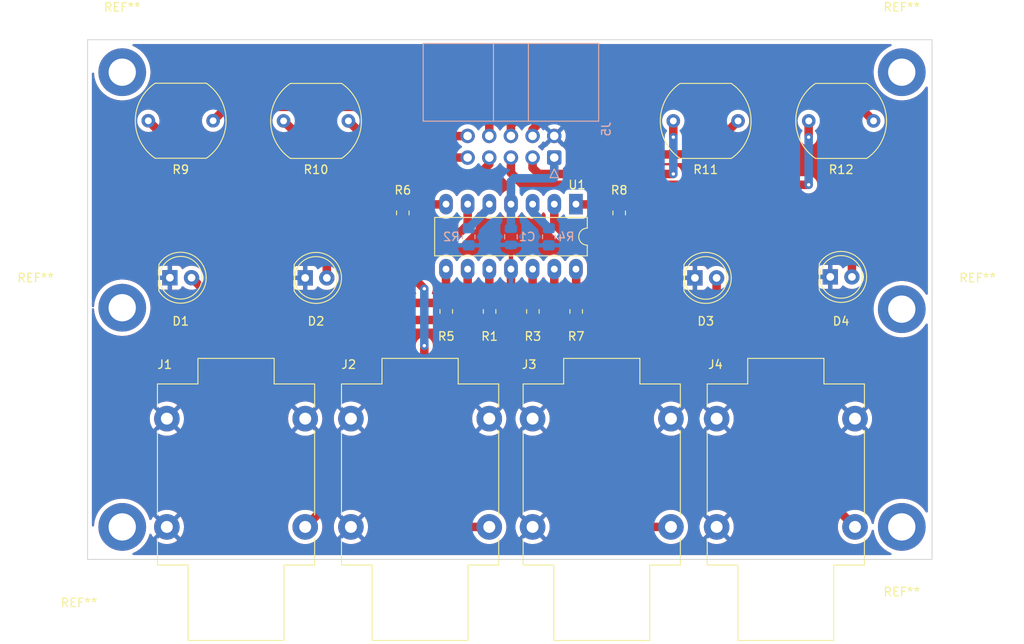
<source format=kicad_pcb>
(kicad_pcb (version 20211014) (generator pcbnew)
  (layers (0 "F.Cu" signal) (31 "B.Cu" signal) (34 "B.Paste" user) (35 "F.Paste" user) (36 "B.SilkS" user "B.Silkscreen") (37 "F.SilkS" user "F.Silkscreen") (38 "B.Mask" user) (39 "F.Mask" user) (44 "Edge.Cuts" user))
  (net 0 "")
  (net 1 "+5V")
  (net 2 "GND")
  (net 3 "Net-(D1-Pad2)")
  (net 4 "Net-(D2-Pad2)")
  (net 5 "Net-(D3-Pad2)")
  (net 6 "Net-(D4-Pad2)")
  (net 7 "Net-(R5-Pad1)")
  (net 8 "Net-(R6-Pad1)")
  (net 9 "Net-(R7-Pad1)")
  (net 10 "Net-(R8-Pad1)")
  (net 11 "/OUT1A")
  (net 12 "/OUT1B")
  (net 13 "/OUT2A")
  (net 14 "/OUT2B")
  (net 15 "/OUT3A")
  (net 16 "/OUT3B")
  (net 17 "/OUT4A")
  (net 18 "/OUT4B")
  (net 19 "Net-(R1-Pad2)")
  (net 20 "Net-(R2-Pad2)")
  (net 21 "Net-(R3-Pad2)")
  (net 22 "Net-(R4-Pad2)")
  (footprint "OptoDevice:R_LDR_10x8.5mm_P7.6mm_Vertical" (layer "F.Cu") (at 83.83 89.513592)
    (fp_text reference "R9" (at 3.8 5.736408) (layer "F.SilkS"))
    (fp_text value "LDR03")
    (fp_line (start 0.8 4.4) (end 6.8 4.4) (layer "F.SilkS") (width 0.12))
    (fp_line (start 0.8 -4.4) (end 6.8 -4.4) (layer "F.SilkS") (width 0.12))
    (fp_arc (start 0.8 4.4) (mid -1.525374 0.019809) (end 0.76735 -4.37756) (layer "F.SilkS") (width 0.12))
    (fp_arc (start 6.8 -4.4) (mid 9.125374 -0.019809) (end 6.83265 4.37756) (layer "F.SilkS") (width 0.12))
    (pad "1" thru_hole circle (at 0 0) (size 1.6 1.6) (drill 0.8) (layers *.Cu *.Mask) (net 15 "/OUT3A"))
    (pad "2" thru_hole circle (at 7.6 0) (size 1.6 1.6) (drill 0.8) (layers *.Cu *.Mask) (net 16 "/OUT3B"))
  )
  (footprint "MountingHole:MountingHole_3.2mm_M3_DIN965_Pad" (layer "F.Cu") (at 172.212 137.16)
    (fp_text reference "REF**" (at 0 7.62) (layer "F.SilkS"))
    (fp_text value "MountingHole_3.2mm_M3_DIN965_Pad")
    (pad "1" thru_hole circle (at 0 0) (size 5.6 5.6) (drill 3.2) (layers *.Cu *.Mask))
  )
  (footprint "MountingHole:MountingHole_3.2mm_M3_DIN965_Pad" (layer "F.Cu") (at 80.772 137.16)
    (fp_text reference "REF**" (at -5.08 8.89) (layer "F.SilkS"))
    (fp_text value "MountingHole_3.2mm_M3_DIN965_Pad")
    (pad "1" thru_hole circle (at 0 0) (size 5.6 5.6) (drill 3.2) (layers *.Cu *.Mask))
  )
  (footprint "Resistor_SMD:R_0805_2012Metric_Pad1.20x1.40mm_HandSolder" (layer "F.Cu") (at 134.02 111.885 90)
    (fp_text reference "R7" (at -2.923 0 180) (layer "F.SilkS"))
    (fp_text value "47K")
    (fp_line (start -0.227064 -0.735) (end 0.227064 -0.735) (layer "F.SilkS") (width 0.12))
    (fp_line (start -0.227064 0.735) (end 0.227064 0.735) (layer "F.SilkS") (width 0.12))
    (pad "1" smd roundrect (at -1 0 90) (size 1.2 1.4) (layers "F.Cu" "F.Paste" "F.Mask") (roundrect_rratio 0.208333) (net 9 "Net-(R7-Pad1)"))
    (pad "2" smd roundrect (at 1 0 90) (size 1.2 1.4) (layers "F.Cu" "F.Paste" "F.Mask") (roundrect_rratio 0.208333) (net 5 "Net-(D3-Pad2)"))
  )
  (footprint "LED_THT:LED_D5.0mm" (layer "F.Cu") (at 102.23 107.95)
    (fp_text reference "D2" (at 1.27 5.08) (layer "F.SilkS"))
    (fp_text value "LED")
    (fp_line (start -1.29 -1.545) (end -1.29 1.545) (layer "F.SilkS") (width 0.12))
    (fp_arc (start 4.26 -0.000462) (mid 2.072002 2.880433) (end -1.29 1.54483) (layer "F.SilkS") (width 0.12))
    (fp_arc (start -1.29 -1.54483) (mid 2.072002 -2.880433) (end 4.26 0.000462) (layer "F.SilkS") (width 0.12))
    (fp_circle (center 1.27 0) (end 3.77 0) (layer "F.SilkS") (width 0.12) (fill none))
    (pad "1" thru_hole rect (at 0 0) (size 1.8 1.8) (drill 0.9) (layers *.Cu *.Mask) (net 2 "GND"))
    (pad "2" thru_hole circle (at 2.54 0) (size 1.8 1.8) (drill 0.9) (layers *.Cu *.Mask) (net 4 "Net-(D2-Pad2)"))
  )
  (footprint "OptoDevice:R_LDR_10x8.5mm_P7.6mm_Vertical" (layer "F.Cu") (at 145.41 89.535)
    (fp_text reference "R11" (at 3.8 5.715) (layer "F.SilkS"))
    (fp_text value "LDR03")
    (fp_line (start 0.8 -4.4) (end 6.8 -4.4) (layer "F.SilkS") (width 0.12))
    (fp_line (start 0.8 4.4) (end 6.8 4.4) (layer "F.SilkS") (width 0.12))
    (fp_arc (start 6.8 -4.4) (mid 9.125374 -0.019809) (end 6.83265 4.37756) (layer "F.SilkS") (width 0.12))
    (fp_arc (start 0.8 4.4) (mid -1.525374 0.019809) (end 0.76735 -4.37756) (layer "F.SilkS") (width 0.12))
    (pad "1" thru_hole circle (at 0 0) (size 1.6 1.6) (drill 0.8) (layers *.Cu *.Mask) (net 11 "/OUT1A"))
    (pad "2" thru_hole circle (at 7.6 0) (size 1.6 1.6) (drill 0.8) (layers *.Cu *.Mask) (net 12 "/OUT1B"))
  )
  (footprint "MountingHole:MountingHole_3.2mm_M3_DIN965_Pad" (layer "F.Cu") (at 172.212 111.618455)
    (fp_text reference "REF**" (at 8.89 -3.668455) (layer "F.SilkS"))
    (fp_text value "MountingHole_3.2mm_M3_DIN965_Pad")
    (pad "1" thru_hole circle (at 0 0) (size 5.6 5.6) (drill 3.2) (layers *.Cu *.Mask))
  )
  (footprint "OptoDevice:R_LDR_10x8.5mm_P7.6mm_Vertical" (layer "F.Cu") (at 99.7 89.535)
    (fp_text reference "R10" (at 3.8 5.715) (layer "F.SilkS"))
    (fp_text value "LDR03")
    (fp_line (start 0.8 4.4) (end 6.8 4.4) (layer "F.SilkS") (width 0.12))
    (fp_line (start 0.8 -4.4) (end 6.8 -4.4) (layer "F.SilkS") (width 0.12))
    (fp_arc (start 0.8 4.4) (mid -1.525374 0.019809) (end 0.76735 -4.37756) (layer "F.SilkS") (width 0.12))
    (fp_arc (start 6.8 -4.4) (mid 9.125374 -0.019809) (end 6.83265 4.37756) (layer "F.SilkS") (width 0.12))
    (pad "1" thru_hole circle (at 0 0) (size 1.6 1.6) (drill 0.8) (layers *.Cu *.Mask) (net 17 "/OUT4A"))
    (pad "2" thru_hole circle (at 7.6 0) (size 1.6 1.6) (drill 0.8) (layers *.Cu *.Mask) (net 18 "/OUT4B"))
  )
  (footprint "LED_THT:LED_D5.0mm" (layer "F.Cu") (at 163.825 107.833456)
    (fp_text reference "D4" (at 1.27 5.196544) (layer "F.SilkS"))
    (fp_text value "LED")
    (fp_line (start -1.29 -1.545) (end -1.29 1.545) (layer "F.SilkS") (width 0.12))
    (fp_arc (start 4.26 -0.000462) (mid 2.072002 2.880433) (end -1.29 1.54483) (layer "F.SilkS") (width 0.12))
    (fp_arc (start -1.29 -1.54483) (mid 2.072002 -2.880433) (end 4.26 0.000462) (layer "F.SilkS") (width 0.12))
    (fp_circle (center 1.27 0) (end 3.77 0) (layer "F.SilkS") (width 0.12) (fill none))
    (pad "1" thru_hole rect (at 0 0) (size 1.8 1.8) (drill 0.9) (layers *.Cu *.Mask) (net 2 "GND"))
    (pad "2" thru_hole circle (at 2.54 0) (size 1.8 1.8) (drill 0.9) (layers *.Cu *.Mask) (net 6 "Net-(D4-Pad2)"))
  )
  (footprint "OptoDevice:R_LDR_10x8.5mm_P7.6mm_Vertical" (layer "F.Cu") (at 161.3 89.535)
    (fp_text reference "R12" (at 3.8 5.715) (layer "F.SilkS"))
    (fp_text value "LDR03")
    (fp_line (start 0.8 -4.4) (end 6.8 -4.4) (layer "F.SilkS") (width 0.12))
    (fp_line (start 0.8 4.4) (end 6.8 4.4) (layer "F.SilkS") (width 0.12))
    (fp_arc (start 6.8 -4.4) (mid 9.125374 -0.019809) (end 6.83265 4.37756) (layer "F.SilkS") (width 0.12))
    (fp_arc (start 0.8 4.4) (mid -1.525374 0.019809) (end 0.76735 -4.37756) (layer "F.SilkS") (width 0.12))
    (pad "1" thru_hole circle (at 0 0) (size 1.6 1.6) (drill 0.8) (layers *.Cu *.Mask) (net 13 "/OUT2A"))
    (pad "2" thru_hole circle (at 7.6 0) (size 1.6 1.6) (drill 0.8) (layers *.Cu *.Mask) (net 14 "/OUT2B"))
  )
  (footprint "MountingHole:MountingHole_3.2mm_M3_DIN965_Pad" (layer "F.Cu") (at 172.212 83.82)
    (fp_text reference "REF**" (at 0 -7.62) (layer "F.SilkS"))
    (fp_text value "MountingHole_3.2mm_M3_DIN965_Pad")
    (pad "1" thru_hole circle (at 0 0) (size 5.6 5.6) (drill 3.2) (layers *.Cu *.Mask))
  )
  (footprint "MountingHole:MountingHole_3.2mm_M3_DIN965_Pad" (layer "F.Cu") (at 80.772 111.447982)
    (fp_text reference "REF**" (at -10.16 -3.497982) (layer "F.SilkS"))
    (fp_text value "MountingHole_3.2mm_M3_DIN965_Pad")
    (pad "1" thru_hole circle (at 0 0) (size 5.6 5.6) (drill 3.2) (layers *.Cu *.Mask))
  )
  (footprint "LED_THT:LED_D5.0mm" (layer "F.Cu") (at 147.95 107.95)
    (fp_text reference "D3" (at 1.27 5.08) (layer "F.SilkS"))
    (fp_text value "LED")
    (fp_line (start -1.29 -1.545) (end -1.29 1.545) (layer "F.SilkS") (width 0.12))
    (fp_arc (start 4.26 -0.000462) (mid 2.072002 2.880433) (end -1.29 1.54483) (layer "F.SilkS") (width 0.12))
    (fp_arc (start -1.29 -1.54483) (mid 2.072002 -2.880433) (end 4.26 0.000462) (layer "F.SilkS") (width 0.12))
    (fp_circle (center 1.27 0) (end 3.77 0) (layer "F.SilkS") (width 0.12) (fill none))
    (pad "1" thru_hole rect (at 0 0) (size 1.8 1.8) (drill 0.9) (layers *.Cu *.Mask) (net 2 "GND"))
    (pad "2" thru_hole circle (at 2.54 0) (size 1.8 1.8) (drill 0.9) (layers *.Cu *.Mask) (net 5 "Net-(D3-Pad2)"))
  )
  (footprint "Resistor_SMD:R_0805_2012Metric_Pad1.20x1.40mm_HandSolder" (layer "F.Cu") (at 139.065 100.33 90)
    (fp_text reference "R8" (at 2.667 0 180) (layer "F.SilkS"))
    (fp_text value "47K")
    (fp_line (start -0.227064 0.735) (end 0.227064 0.735) (layer "F.SilkS") (width 0.12))
    (fp_line (start -0.227064 -0.735) (end 0.227064 -0.735) (layer "F.SilkS") (width 0.12))
    (pad "1" smd roundrect (at -1 0 90) (size 1.2 1.4) (layers "F.Cu" "F.Paste" "F.Mask") (roundrect_rratio 0.208333) (net 10 "Net-(R8-Pad1)"))
    (pad "2" smd roundrect (at 1 0 90) (size 1.2 1.4) (layers "F.Cu" "F.Paste" "F.Mask") (roundrect_rratio 0.208333) (net 6 "Net-(D4-Pad2)"))
  )
  (footprint "Package_DIP:DIP-14_W7.62mm_LongPads" (layer "F.Cu") (at 133.99 99.299 -90)
    (fp_text reference "U1" (at -2.271 -0.122 180) (layer "F.SilkS"))
    (fp_text value "LM324")
    (fp_line (start 1.56 -1.33) (end 1.56 16.57) (layer "F.SilkS") (width 0.12))
    (fp_line (start 6.06 -1.33) (end 4.81 -1.33) (layer "F.SilkS") (width 0.12))
    (fp_line (start 6.06 16.57) (end 6.06 -1.33) (layer "F.SilkS") (width 0.12))
    (fp_line (start 1.56 16.57) (end 6.06 16.57) (layer "F.SilkS") (width 0.12))
    (fp_line (start 2.81 -1.33) (end 1.56 -1.33) (layer "F.SilkS") (width 0.12))
    (fp_arc (start 4.81 -1.33) (mid 3.81 -0.33) (end 2.81 -1.33) (layer "F.SilkS") (width 0.12))
    (pad "1" thru_hole rect (at 0 0 270) (size 2.4 1.6) (drill 0.8) (layers *.Cu *.Mask) (net 6 "Net-(D4-Pad2)"))
    (pad "2" thru_hole oval (at 0 2.54 270) (size 2.4 1.6) (drill 0.8) (layers *.Cu *.Mask) (net 10 "Net-(R8-Pad1)"))
    (pad "3" thru_hole oval (at 0 5.08 270) (size 2.4 1.6) (drill 0.8) (layers *.Cu *.Mask) (net 22 "Net-(R4-Pad2)"))
    (pad "4" thru_hole oval (at 0 7.62 270) (size 2.4 1.6) (drill 0.8) (layers *.Cu *.Mask) (net 1 "+5V"))
    (pad "5" thru_hole oval (at 0 10.16 270) (size 2.4 1.6) (drill 0.8) (layers *.Cu *.Mask) (net 20 "Net-(R2-Pad2)"))
    (pad "6" thru_hole oval (at 0 12.7 270) (size 2.4 1.6) (drill 0.8) (layers *.Cu *.Mask) (net 8 "Net-(R6-Pad1)"))
    (pad "7" thru_hole oval (at 0 15.24 270) (size 2.4 1.6) (drill 0.8) (layers *.Cu *.Mask) (net 4 "Net-(D2-Pad2)"))
    (pad "8" thru_hole oval (at 7.62 15.24 270) (size 2.4 1.6) (drill 0.8) (layers *.Cu *.Mask) (net 3 "Net-(D1-Pad2)"))
    (pad "9" thru_hole oval (at 7.62 12.7 270) (size 2.4 1.6) (drill 0.8) (layers *.Cu *.Mask) (net 7 "Net-(R5-Pad1)"))
    (pad "10" thru_hole oval (at 7.62 10.16 270) (size 2.4 1.6) (drill 0.8) (layers *.Cu *.Mask) (net 19 "Net-(R1-Pad2)"))
    (pad "11" thru_hole oval (at 7.62 7.62 270) (size 2.4 1.6) (drill 0.8) (layers *.Cu *.Mask) (net 2 "GND"))
    (pad "12" thru_hole oval (at 7.62 5.08 270) (size 2.4 1.6) (drill 0.8) (layers *.Cu *.Mask) (net 21 "Net-(R3-Pad2)"))
    (pad "13" thru_hole oval (at 7.62 2.54 270) (size 2.4 1.6) (drill 0.8) (layers *.Cu *.Mask) (net 9 "Net-(R7-Pad1)"))
    (pad "14" thru_hole oval (at 7.62 0 270) (size 2.4 1.6) (drill 0.8) (layers *.Cu *.Mask) (net 5 "Net-(D3-Pad2)"))
  )
  (footprint "Connector_Audio:Jack_6.35mm_Neutrik_NMJ4HFD2_Horizontal" (layer "F.Cu") (at 166.725 124.46 -90)
    (fp_text reference "J4" (at -6.35 16.37 180) (layer "F.SilkS"))
    (fp_text value "AudioJack2_Switch")
    (fp_line (start -7.07 3.645) (end -4.07 3.645) (layer "F.SilkS") (width 0.12))
    (fp_line (start -4.07 -1.105) (end -1.35 -1.105) (layer "F.SilkS") (width 0.12))
    (fp_line (start -4.07 3.645) (end -4.07 -1.105) (layer "F.SilkS") (width 0.12))
    (fp_line (start -1.35 17.335) (end -4.07 17.335) (layer "F.SilkS") (width 0.12))
    (fp_line (start -7.07 12.585) (end -4.07 12.585) (layer "F.SilkS") (width 0.12))
    (fp_line (start 17.17 17.335) (end 17.17 13.735) (layer "F.SilkS") (width 0.12))
    (fp_line (start 11.3 17.335) (end 1.4 17.335) (layer "F.SilkS") (width 0.12))
    (fp_line (start -4.07 17.335) (end -4.07 12.585) (layer "F.SilkS") (width 0.12))
    (fp_line (start 17.17 13.735) (end 26.02 13.735) (layer "F.SilkS") (width 0.12))
    (fp_line (start 17.17 2.495) (end 17.17 -1.105) (layer "F.SilkS") (width 0.12))
    (fp_line (start 17.17 -1.105) (end 14.05 -1.105) (layer "F.SilkS") (width 0.12))
    (fp_line (start -7.07 12.545) (end -7.07 3.645) (layer "F.SilkS") (width 0.12))
    (fp_line (start 26.02 13.735) (end 26.02 2.495) (layer "F.SilkS") (width 0.12))
    (fp_line (start 17.17 2.495) (end 26.02 2.495) (layer "F.SilkS") (width 0.12))
    (fp_line (start 17.17 17.335) (end 14.05 17.335) (layer "F.SilkS") (width 0.12))
    (fp_line (start 1.4 -1.105) (end 11.3 -1.105) (layer "F.SilkS") (width 0.12))
    (pad "S" thru_hole circle (at 12.7 0 270) (size 3 3) (drill 1.4) (layers *.Cu *.Mask) (net 10 "Net-(R8-Pad1)"))
    (pad "SN" thru_hole circle (at 12.7 16.23 270) (size 3 3) (drill 1.4) (layers *.Cu *.Mask) (net 2 "GND"))
    (pad "T" thru_hole circle (at 0 0 270) (size 3 3) (drill 1.4) (layers *.Cu *.Mask) (net 2 "GND"))
    (pad "TN" thru_hole circle (at 0 16.23 270) (size 3 3) (drill 1.4) (layers *.Cu *.Mask) (net 2 "GND"))
  )
  (footprint "MountingHole:MountingHole_3.2mm_M3_DIN965_Pad" (layer "F.Cu") (at 80.772 83.819999)
    (fp_text reference "REF**" (at 0 -7.619999) (layer "F.SilkS"))
    (fp_text value "MountingHole_3.2mm_M3_DIN965_Pad")
    (pad "1" thru_hole circle (at 0 0) (size 5.6 5.6) (drill 3.2) (layers *.Cu *.Mask))
  )
  (footprint "Resistor_SMD:R_0805_2012Metric_Pad1.20x1.40mm_HandSolder" (layer "F.Cu") (at 118.78 111.885 90)
    (fp_text reference "R5" (at -2.923 0 180) (layer "F.SilkS"))
    (fp_text value "47K")
    (fp_line (start -0.227064 0.735) (end 0.227064 0.735) (layer "F.SilkS") (width 0.12))
    (fp_line (start -0.227064 -0.735) (end 0.227064 -0.735) (layer "F.SilkS") (width 0.12))
    (pad "1" smd roundrect (at -1 0 90) (size 1.2 1.4) (layers "F.Cu" "F.Paste" "F.Mask") (roundrect_rratio 0.208333) (net 7 "Net-(R5-Pad1)"))
    (pad "2" smd roundrect (at 1 0 90) (size 1.2 1.4) (layers "F.Cu" "F.Paste" "F.Mask") (roundrect_rratio 0.208333) (net 3 "Net-(D1-Pad2)"))
  )
  (footprint "Resistor_SMD:R_0805_2012Metric_Pad1.20x1.40mm_HandSolder" (layer "F.Cu") (at 128.94 111.885 90)
    (fp_text reference "R3" (at -2.923 0 180) (layer "F.SilkS"))
    (fp_text value "47K")
    (fp_line (start -0.227064 -0.735) (end 0.227064 -0.735) (layer "F.SilkS") (width 0.12))
    (fp_line (start -0.227064 0.735) (end 0.227064 0.735) (layer "F.SilkS") (width 0.12))
    (pad "1" smd roundrect (at -1 0 90) (size 1.2 1.4) (layers "F.Cu" "F.Paste" "F.Mask") (roundrect_rratio 0.208333) (net 2 "GND"))
    (pad "2" smd roundrect (at 1 0 90) (size 1.2 1.4) (layers "F.Cu" "F.Paste" "F.Mask") (roundrect_rratio 0.208333) (net 21 "Net-(R3-Pad2)"))
  )
  (footprint "Connector_Audio:Jack_6.35mm_Neutrik_NMJ4HFD2_Horizontal" (layer "F.Cu") (at 102.235 124.46 -90)
    (fp_text reference "J1" (at -6.35 16.484 180) (layer "F.SilkS"))
    (fp_text value "AudioJack2_Switch")
    (fp_line (start -7.07 12.545) (end -7.07 3.645) (layer "F.SilkS") (width 0.12))
    (fp_line (start 26.02 13.735) (end 26.02 2.495) (layer "F.SilkS") (width 0.12))
    (fp_line (start -7.07 12.585) (end -4.07 12.585) (layer "F.SilkS") (width 0.12))
    (fp_line (start -4.07 17.335) (end -4.07 12.585) (layer "F.SilkS") (width 0.12))
    (fp_line (start 17.17 13.735) (end 26.02 13.735) (layer "F.SilkS") (width 0.12))
    (fp_line (start -7.07 3.645) (end -4.07 3.645) (layer "F.SilkS") (width 0.12))
    (fp_line (start 17.17 17.335) (end 14.05 17.335) (layer "F.SilkS") (width 0.12))
    (fp_line (start 11.3 17.335) (end 1.4 17.335) (layer "F.SilkS") (width 0.12))
    (fp_line (start -4.07 3.645) (end -4.07 -1.105) (layer "F.SilkS") (width 0.12))
    (fp_line (start 17.17 2.495) (end 26.02 2.495) (layer "F.SilkS") (width 0.12))
    (fp_line (start -4.07 -1.105) (end -1.35 -1.105) (layer "F.SilkS") (width 0.12))
    (fp_line (start 17.17 2.495) (end 17.17 -1.105) (layer "F.SilkS") (width 0.12))
    (fp_line (start 1.4 -1.105) (end 11.3 -1.105) (layer "F.SilkS") (width 0.12))
    (fp_line (start 17.17 17.335) (end 17.17 13.735) (layer "F.SilkS") (width 0.12))
    (fp_line (start 17.17 -1.105) (end 14.05 -1.105) (layer "F.SilkS") (width 0.12))
    (fp_line (start -1.35 17.335) (end -4.07 17.335) (layer "F.SilkS") (width 0.12))
    (pad "S" thru_hole circle (at 12.7 0 270) (size 3 3) (drill 1.4) (layers *.Cu *.Mask) (net 7 "Net-(R5-Pad1)"))
    (pad "SN" thru_hole circle (at 12.7 16.23 270) (size 3 3) (drill 1.4) (layers *.Cu *.Mask) (net 2 "GND"))
    (pad "T" thru_hole circle (at 0 0 270) (size 3 3) (drill 1.4) (layers *.Cu *.Mask) (net 2 "GND"))
    (pad "TN" thru_hole circle (at 0 16.23 270) (size 3 3) (drill 1.4) (layers *.Cu *.Mask) (net 2 "GND"))
  )
  (footprint "Resistor_SMD:R_0805_2012Metric_Pad1.20x1.40mm_HandSolder" (layer "F.Cu") (at 123.86 111.885 90)
    (fp_text reference "R1" (at -2.923 0 180) (layer "F.SilkS"))
    (fp_text value "47K")
    (fp_line (start -0.227064 -0.735) (end 0.227064 -0.735) (layer "F.SilkS") (width 0.12))
    (fp_line (start -0.227064 0.735) (end 0.227064 0.735) (layer "F.SilkS") (width 0.12))
    (pad "1" smd roundrect (at -1 0 90) (size 1.2 1.4) (layers "F.Cu" "F.Paste" "F.Mask") (roundrect_rratio 0.208333) (net 2 "GND"))
    (pad "2" smd roundrect (at 1 0 90) (size 1.2 1.4) (layers "F.Cu" "F.Paste" "F.Mask") (roundrect_rratio 0.208333) (net 19 "Net-(R1-Pad2)"))
  )
  (footprint "LED_THT:LED_D5.0mm" (layer "F.Cu") (at 86.36 107.928592)
    (fp_text reference "D1" (at 1.27 5.101408) (layer "F.SilkS"))
    (fp_text value "LED")
    (fp_line (start -1.29 -1.545) (end -1.29 1.545) (layer "F.SilkS") (width 0.12))
    (fp_arc (start 4.26 -0.000462) (mid 2.072002 2.880433) (end -1.29 1.54483) (layer "F.SilkS") (width 0.12))
    (fp_arc (start -1.29 -1.54483) (mid 2.072002 -2.880433) (end 4.26 0.000462) (layer "F.SilkS") (width 0.12))
    (fp_circle (center 1.27 0) (end 3.77 0) (layer "F.SilkS") (width 0.12) (fill none))
    (pad "1" thru_hole rect (at 0 0) (size 1.8 1.8) (drill 0.9) (layers *.Cu *.Mask) (net 2 "GND"))
    (pad "2" thru_hole circle (at 2.54 0) (size 1.8 1.8) (drill 0.9) (layers *.Cu *.Mask) (net 3 "Net-(D1-Pad2)"))
  )
  (footprint "Resistor_SMD:R_0805_2012Metric_Pad1.20x1.40mm_HandSolder" (layer "F.Cu") (at 113.68245 100.33 90)
    (fp_text reference "R6" (at 2.667 0 180) (layer "F.SilkS"))
    (fp_text value "47K")
    (fp_line (start -0.227064 -0.735) (end 0.227064 -0.735) (layer "F.SilkS") (width 0.12))
    (fp_line (start -0.227064 0.735) (end 0.227064 0.735) (layer "F.SilkS") (width 0.12))
    (pad "1" smd roundrect (at -1 0 90) (size 1.2 1.4) (layers "F.Cu" "F.Paste" "F.Mask") (roundrect_rratio 0.208333) (net 8 "Net-(R6-Pad1)"))
    (pad "2" smd roundrect (at 1 0 90) (size 1.2 1.4) (layers "F.Cu" "F.Paste" "F.Mask") (roundrect_rratio 0.208333) (net 4 "Net-(D2-Pad2)"))
  )
  (footprint "Connector_Audio:Jack_6.35mm_Neutrik_NMJ4HFD2_Horizontal" (layer "F.Cu") (at 123.825 124.46 -90)
    (fp_text reference "J2" (at -6.35 16.484 180) (layer "F.SilkS"))
    (fp_text value "AudioJack2_Switch")
    (fp_line (start -7.07 12.545) (end -7.07 3.645) (layer "F.SilkS") (width 0.12))
    (fp_line (start 17.17 2.495) (end 26.02 2.495) (layer "F.SilkS") (width 0.12))
    (fp_line (start -7.07 12.585) (end -4.07 12.585) (layer "F.SilkS") (width 0.12))
    (fp_line (start 17.17 17.335) (end 14.05 17.335) (layer "F.SilkS") (width 0.12))
    (fp_line (start -4.07 17.335) (end -4.07 12.585) (layer "F.SilkS") (width 0.12))
    (fp_line (start -7.07 3.645) (end -4.07 3.645) (layer "F.SilkS") (width 0.12))
    (fp_line (start 11.3 17.335) (end 1.4 17.335) (layer "F.SilkS") (width 0.12))
    (fp_line (start 17.17 17.335) (end 17.17 13.735) (layer "F.SilkS") (width 0.12))
    (fp_line (start 17.17 -1.105) (end 14.05 -1.105) (layer "F.SilkS") (width 0.12))
    (fp_line (start -4.07 3.645) (end -4.07 -1.105) (layer "F.SilkS") (width 0.12))
    (fp_line (start 1.4 -1.105) (end 11.3 -1.105) (layer "F.SilkS") (width 0.12))
    (fp_line (start 26.02 13.735) (end 26.02 2.495) (layer "F.SilkS") (width 0.12))
    (fp_line (start 17.17 13.735) (end 26.02 13.735) (layer "F.SilkS") (width 0.12))
    (fp_line (start -4.07 -1.105) (end -1.35 -1.105) (layer "F.SilkS") (width 0.12))
    (fp_line (start 17.17 2.495) (end 17.17 -1.105) (layer "F.SilkS") (width 0.12))
    (fp_line (start -1.35 17.335) (end -4.07 17.335) (layer "F.SilkS") (width 0.12))
    (pad "S" thru_hole circle (at 12.7 0 270) (size 3 3) (drill 1.4) (layers *.Cu *.Mask) (net 8 "Net-(R6-Pad1)"))
    (pad "SN" thru_hole circle (at 12.7 16.23 270) (size 3 3) (drill 1.4) (layers *.Cu *.Mask) (net 2 "GND"))
    (pad "T" thru_hole circle (at 0 0 270) (size 3 3) (drill 1.4) (layers *.Cu *.Mask) (net 2 "GND"))
    (pad "TN" thru_hole circle (at 0 16.23 270) (size 3 3) (drill 1.4) (layers *.Cu *.Mask) (net 2 "GND"))
  )
  (footprint "Connector_Audio:Jack_6.35mm_Neutrik_NMJ4HFD2_Horizontal" (layer "F.Cu") (at 145.135 124.46 -90)
    (fp_text reference "J3" (at -6.35 16.624 180) (layer "F.SilkS"))
    (fp_text value "AudioJack2_Switch")
    (fp_line (start -4.07 -1.105) (end -1.35 -1.105) (layer "F.SilkS") (width 0.12))
    (fp_line (start 17.17 17.335) (end 14.05 17.335) (layer "F.SilkS") (width 0.12))
    (fp_line (start -7.07 12.585) (end -4.07 12.585) (layer "F.SilkS") (width 0.12))
    (fp_line (start -1.35 17.335) (end -4.07 17.335) (layer "F.SilkS") (width 0.12))
    (fp_line (start 17.17 17.335) (end 17.17 13.735) (layer "F.SilkS") (width 0.12))
    (fp_line (start 17.17 13.735) (end 26.02 13.735) (layer "F.SilkS") (width 0.12))
    (fp_line (start -4.07 17.335) (end -4.07 12.585) (layer "F.SilkS") (width 0.12))
    (fp_line (start 17.17 -1.105) (end 14.05 -1.105) (layer "F.SilkS") (width 0.12))
    (fp_line (start -4.07 3.645) (end -4.07 -1.105) (layer "F.SilkS") (width 0.12))
    (fp_line (start 17.17 2.495) (end 26.02 2.495) (layer "F.SilkS") (width 0.12))
    (fp_line (start 1.4 -1.105) (end 11.3 -1.105) (layer "F.SilkS") (width 0.12))
    (fp_line (start 17.17 2.495) (end 17.17 -1.105) (layer "F.SilkS") (width 0.12))
    (fp_line (start -7.07 3.645) (end -4.07 3.645) (layer "F.SilkS") (width 0.12))
    (fp_line (start -7.07 12.545) (end -7.07 3.645) (layer "F.SilkS") (width 0.12))
    (fp_line (start 11.3 17.335) (end 1.4 17.335) (layer "F.SilkS") (width 0.12))
    (fp_line (start 26.02 13.735) (end 26.02 2.495) (layer "F.SilkS") (width 0.12))
    (pad "S" thru_hole circle (at 12.7 0 270) (size 3 3) (drill 1.4) (layers *.Cu *.Mask) (net 9 "Net-(R7-Pad1)"))
    (pad "SN" thru_hole circle (at 12.7 16.23 270) (size 3 3) (drill 1.4) (layers *.Cu *.Mask) (net 2 "GND"))
    (pad "T" thru_hole circle (at 0 0 270) (size 3 3) (drill 1.4) (layers *.Cu *.Mask) (net 2 "GND"))
    (pad "TN" thru_hole circle (at 0 16.23 270) (size 3 3) (drill 1.4) (layers *.Cu *.Mask) (net 2 "GND"))
  )
  (footprint "Resistor_SMD:R_0805_2012Metric_Pad1.20x1.40mm_HandSolder" (layer "B.Cu") (at 121.412 103.124 90)
    (fp_text reference "R2" (at 0 -2.032 180) (layer "B.SilkS") (effects (justify mirror)))
    (fp_text value "47K")
    (fp_line (start -0.227064 0.735) (end 0.227064 0.735) (layer "B.SilkS") (width 0.12))
    (fp_line (start -0.227064 -0.735) (end 0.227064 -0.735) (layer "B.SilkS") (width 0.12))
    (pad "1" smd roundrect (at -1 0 90) (size 1.2 1.4) (layers "B.Cu" "B.Paste" "B.Mask") (roundrect_rratio 0.208333) (net 2 "GND"))
    (pad "2" smd roundrect (at 1 0 90) (size 1.2 1.4) (layers "B.Cu" "B.Paste" "B.Mask") (roundrect_rratio 0.208333) (net 20 "Net-(R2-Pad2)"))
  )
  (footprint "Capacitor_SMD:C_0805_2012Metric" (layer "B.Cu") (at 126.365 103.124 -90)
    (fp_text reference "C1" (at 0 -1.905) (layer "B.SilkS") (effects (justify mirror)))
    (fp_text value "100nF")
    (fp_line (start -0.261252 0.735) (end 0.261252 0.735) (layer "B.SilkS") (width 0.12))
    (fp_line (start -0.261252 -0.735) (end 0.261252 -0.735) (layer "B.SilkS") (width 0.12))
    (pad "1" smd roundrect (at -0.95 0 270) (size 1 1.45) (layers "B.Cu" "B.Paste" "B.Mask") (net 1 "+5V"))
    (pad "2" smd roundrect (at 0.95 0 270) (size 1 1.45) (layers "B.Cu" "B.Paste" "B.Mask") (net 2 "GND"))
  )
  (footprint "Connector_IDC:IDC-Header_2x05_P2.54mm_Horizontal" (layer "B.Cu") (at 131.445 93.8355 90)
    (fp_text reference "J5" (at 3.345 6.1 90) (layer "B.SilkS") (effects (justify mirror)))
    (fp_text value "Conn_02x05_Odd_Even")
    (fp_line (start 4.27 -3.03) (end 13.39 -3.03) (layer "B.SilkS") (width 0.12))
    (fp_line (start -1.35 0) (end -2.35 0.5) (layer "B.SilkS") (width 0.12))
    (fp_line (start 4.27 -7.13) (end 13.39 -7.13) (layer "B.SilkS") (width 0.12))
    (fp_line (start 13.39 5.21) (end 13.39 -15.37) (layer "B.SilkS") (width 0.12))
    (fp_line (start -2.35 0.5) (end -2.35 -0.5) (layer "B.SilkS") (width 0.12))
    (fp_line (start 13.39 -15.37) (end 4.27 -15.37) (layer "B.SilkS") (width 0.12))
    (fp_line (start 4.27 -15.37) (end 4.27 5.21) (layer "B.SilkS") (width 0.12))
    (fp_line (start 4.27 5.21) (end 13.39 5.21) (layer "B.SilkS") (width 0.12))
    (fp_line (start -2.35 -0.5) (end -1.35 0) (layer "B.SilkS") (width 0.12))
    (pad "1" thru_hole roundrect (at 0 0 90) (size 1.7 1.7) (drill 1) (layers *.Cu *.Mask) (roundrect_rratio 0.147059) (net 1 "+5V"))
    (pad "2" thru_hole circle (at 2.54 0 90) (size 1.7 1.7) (drill 1) (layers *.Cu *.Mask) (net 2 "GND"))
    (pad "3" thru_hole circle (at 0 -2.54 90) (size 1.7 1.7) (drill 1) (layers *.Cu *.Mask) (net 11 "/OUT1A"))
    (pad "4" thru_hole circle (at 2.54 -2.54 90) (size 1.7 1.7) (drill 1) (layers *.Cu *.Mask) (net 12 "/OUT1B"))
    (pad "5" thru_hole circle (at 0 -5.08 90) (size 1.7 1.7) (drill 1) (layers *.Cu *.Mask) (net 13 "/OUT2A"))
    (pad "6" thru_hole circle (at 2.54 -5.08 90) (size 1.7 1.7) (drill 1) (layers *.Cu *.Mask) (net 14 "/OUT2B"))
    (pad "7" thru_hole circle (at 0 -7.62 90) (size 1.7 1.7) (drill 1) (layers *.Cu *.Mask) (net 15 "/OUT3A"))
    (pad "8" thru_hole circle (at 2.54 -7.62 90) (size 1.7 1.7) (drill 1) (layers *.Cu *.Mask) (net 16 "/OUT3B"))
    (pad "9" thru_hole circle (at 0 -10.16 90) (size 1.7 1.7) (drill 1) (layers *.Cu *.Mask) (net 17 "/OUT4A"))
    (pad "10" thru_hole circle (at 2.54 -10.16 90) (size 1.7 1.7) (drill 1) (layers *.Cu *.Mask) (net 18 "/OUT4B"))
  )
  (footprint "Resistor_SMD:R_0805_2012Metric_Pad1.20x1.40mm_HandSolder" (layer "B.Cu") (at 130.81 103.124 90)
    (fp_text reference "R4" (at 0 2.032 180) (layer "B.SilkS") (effects (justify mirror)))
    (fp_text value "47K")
    (fp_line (start -0.227064 0.735) (end 0.227064 0.735) (layer "B.SilkS") (width 0.12))
    (fp_line (start -0.227064 -0.735) (end 0.227064 -0.735) (layer "B.SilkS") (width 0.12))
    (pad "1" smd roundrect (at -1 0 90) (size 1.2 1.4) (layers "B.Cu" "B.Paste" "B.Mask") (roundrect_rratio 0.208333) (net 2 "GND"))
    (pad "2" smd roundrect (at 1 0 90) (size 1.2 1.4) (layers "B.Cu" "B.Paste" "B.Mask") (roundrect_rratio 0.208333) (net 22 "Net-(R4-Pad2)"))
  )
  (gr_line (start 76.708 140.97) (end 175.768 140.97) (layer "Edge.Cuts") (width 0.1))
  (gr_line (start 175.768 80.01) (end 76.708 80.01) (layer "Edge.Cuts") (width 0.1))
  (gr_line (start 76.708 80.01) (end 76.708 140.97) (layer "Edge.Cuts") (width 0.1))
  (gr_line (start 175.768 140.97) (end 175.768 80.01) (layer "Edge.Cuts") (width 0.1))
  (segment (start 126.37 99.299) (end 126.37 96.642) (width 1) (layer "B.Cu") (net 1))
  (segment (start 131.318 96.266) (end 131.445 96.139) (width 1) (layer "B.Cu") (net 1))
  (segment (start 131.445 96.139) (end 131.445 93.8355) (width 1) (layer "B.Cu") (net 1))
  (segment (start 126.37 96.642) (end 126.746 96.266) (width 1) (layer "B.Cu") (net 1))
  (segment (start 126.37 102.169) (end 126.365 102.174) (width 1) (layer "B.Cu") (net 1))
  (segment (start 126.37 99.299) (end 126.37 102.169) (width 1) (layer "B.Cu") (net 1))
  (segment (start 126.746 96.266) (end 131.318 96.266) (width 1) (layer "B.Cu") (net 1))
  (segment (start 126.37 106.919) (end 126.37 112.885) (width 1) (layer "F.Cu") (net 2))
  (segment (start 126.37 112.885) (end 128.94 112.885) (width 1) (layer "F.Cu") (net 2))
  (segment (start 126.37 112.885) (end 123.86 112.885) (width 1) (layer "F.Cu") (net 2))
  (segment (start 126.365 104.135) (end 126.37 104.14) (width 1) (layer "B.Cu") (net 2))
  (segment (start 118.75 106.919) (end 118.75 110.855) (width 1) (layer "F.Cu") (net 3))
  (segment (start 118.78 110.885) (end 109.46 110.885) (width 1) (layer "F.Cu") (net 3))
  (segment (start 118.75 110.855) (end 118.78 110.885) (width 1) (layer "F.Cu") (net 3))
  (segment (start 118.78 110.885) (end 118.715 110.82) (width 1) (layer "F.Cu") (net 3))
  (segment (start 93.345 112.373592) (end 88.9 107.928592) (width 1) (layer "F.Cu") (net 3))
  (segment (start 106.045 114.3) (end 95.25 114.3) (width 1) (layer "F.Cu") (net 3))
  (segment (start 95.25 114.3) (end 93.345 112.395) (width 1) (layer "F.Cu") (net 3))
  (segment (start 109.46 110.885) (end 106.045 114.3) (width 1) (layer "F.Cu") (net 3))
  (segment (start 113.68245 99.33) (end 106.3846 99.33) (width 1) (layer "F.Cu") (net 4))
  (segment (start 106.3846 99.33) (end 104.77 100.9446) (width 1) (layer "F.Cu") (net 4))
  (segment (start 104.77 100.9446) (end 104.77 107.95) (width 1) (layer "F.Cu") (net 4))
  (segment (start 118.719 99.33) (end 118.75 99.299) (width 1) (layer "F.Cu") (net 4))
  (segment (start 113.68245 99.33) (end 118.719 99.33) (width 1) (layer "F.Cu") (net 4))
  (segment (start 134.02 110.885) (end 149.465 110.885) (width 1) (layer "F.Cu") (net 5))
  (segment (start 133.99 110.855) (end 134.02 110.885) (width 1) (layer "F.Cu") (net 5))
  (segment (start 150.49 109.86) (end 150.49 107.95) (width 1) (layer "F.Cu") (net 5))
  (segment (start 134.02 110.885) (end 134.02 106.949) (width 1) (layer "F.Cu") (net 5))
  (segment (start 134.02 106.949) (end 133.99 106.919) (width 1) (layer "F.Cu") (net 5))
  (segment (start 149.465 110.885) (end 150.49 109.86) (width 1) (layer "F.Cu") (net 5))
  (segment (start 166.365 104.643) (end 166.365 107.833456) (width 1) (layer "F.Cu") (net 6))
  (segment (start 134.021 99.33) (end 133.99 99.299) (width 1) (layer "F.Cu") (net 6))
  (segment (start 139.065 99.33) (end 161.052 99.33) (width 1) (layer "F.Cu") (net 6))
  (segment (start 139.065 99.33) (end 134.021 99.33) (width 1) (layer "F.Cu") (net 6))
  (segment (start 161.052 99.33) (end 166.365 104.643) (width 1) (layer "F.Cu") (net 6))
  (segment (start 114.445 112.885) (end 112.395 114.935) (width 1) (layer "F.Cu") (net 7))
  (segment (start 120.685 112.885) (end 118.78 112.885) (width 1) (layer "F.Cu") (net 7))
  (segment (start 112.395 127) (end 102.235 137.16) (width 1) (layer "F.Cu") (net 7))
  (segment (start 121.29 112.28) (end 120.685 112.885) (width 1) (layer "F.Cu") (net 7))
  (segment (start 112.395 114.935) (end 112.395 127) (width 1) (layer "F.Cu") (net 7))
  (segment (start 121.29 106.919) (end 121.29 112.28) (width 1) (layer "F.Cu") (net 7))
  (segment (start 118.78 112.885) (end 114.445 112.885) (width 1) (layer "F.Cu") (net 7))
  (segment (start 116.205 109.22) (end 113.68245 106.69745) (width 1) (layer "F.Cu") (net 8))
  (segment (start 116.205 132.08) (end 121.285 137.16) (width 1) (layer "F.Cu") (net 8))
  (segment (start 119.888 103.124) (end 121.29 101.722) (width 1) (layer "F.Cu") (net 8))
  (segment (start 121.285 137.16) (end 123.825 137.16) (width 1) (layer "F.Cu") (net 8))
  (segment (start 113.68245 106.69745) (end 113.68245 101.33) (width 1) (layer "F.Cu") (net 8))
  (segment (start 121.29 101.722) (end 121.29 99.299) (width 1) (layer "F.Cu") (net 8))
  (segment (start 113.68245 103.124) (end 119.888 103.124) (width 1) (layer "F.Cu") (net 8))
  (segment (start 116.205 115.9) (end 116.205 132.08) (width 1) (layer "F.Cu") (net 8))
  (via (at 116.205 109.22) (size 0.8) (drill 0.4) (layers "F.Cu" "B.Cu") (net 8))
  (via (at 116.205 115.9) (size 0.8) (drill 0.4) (layers "F.Cu" "B.Cu") (net 8))
  (segment (start 116.205 109.22) (end 116.205 115.9) (width 1) (layer "B.Cu") (net 8))
  (segment (start 142.875 137.16) (end 145.135 137.16) (width 1) (layer "F.Cu") (net 9))
  (segment (start 132.75 112.885) (end 134.02 112.885) (width 1) (layer "F.Cu") (net 9))
  (segment (start 131.45 106.919) (end 131.45 111.585) (width 1) (layer "F.Cu") (net 9))
  (segment (start 131.45 111.585) (end 132.75 112.885) (width 1) (layer "F.Cu") (net 9))
  (segment (start 134.02 128.305) (end 142.875 137.16) (width 1) (layer "F.Cu") (net 9))
  (segment (start 134.02 112.885) (end 134.02 128.305) (width 1) (layer "F.Cu") (net 9))
  (segment (start 132.969 103.124) (end 141.224 103.124) (width 1) (layer "F.Cu") (net 10))
  (segment (start 131.45 101.605) (end 132.969 103.124) (width 1) (layer "F.Cu") (net 10))
  (segment (start 153.924 103.124) (end 158.115 107.315) (width 1) (layer "F.Cu") (net 10))
  (segment (start 139.065 102.997) (end 139.192 103.124) (width 1) (layer "F.Cu") (net 10))
  (segment (start 139.192 103.124) (end 153.924 103.124) (width 1) (layer "F.Cu") (net 10))
  (segment (start 131.45 99.299) (end 131.45 101.605) (width 1) (layer "F.Cu") (net 10))
  (segment (start 158.115 128.55) (end 166.725 137.16) (width 1) (layer "F.Cu") (net 10))
  (segment (start 158.115 107.315) (end 158.115 128.55) (width 1) (layer "F.Cu") (net 10))
  (segment (start 139.065 101.33) (end 139.065 102.997) (width 1) (layer "F.Cu") (net 10))
  (segment (start 145.41 91.572) (end 145.41 89.535) (width 1) (layer "F.Cu") (net 11))
  (segment (start 128.905 93.8355) (end 128.905 95.037581) (width 1) (layer "F.Cu") (net 11))
  (segment (start 128.905 95.037581) (end 129.625419 95.758) (width 1) (layer "F.Cu") (net 11))
  (segment (start 129.625419 95.758) (end 145.415 95.758) (width 1) (layer "F.Cu") (net 11))
  (via (at 145.415 95.758) (size 0.8) (drill 0.4) (layers "F.Cu" "B.Cu") (net 11))
  (via (at 145.415 91.44) (size 0.8) (drill 0.4) (layers "F.Cu" "B.Cu") (net 11))
  (segment (start 145.415 95.758) (end 145.415 91.44) (width 1) (layer "B.Cu") (net 11))
  (segment (start 149.073 93.472) (end 153.01 89.535) (width 1) (layer "F.Cu") (net 12))
  (segment (start 130.175 89.281) (end 136.525 89.281) (width 1) (layer "F.Cu") (net 12))
  (segment (start 140.716 93.472) (end 149.073 93.472) (width 1) (layer "F.Cu") (net 12))
  (segment (start 128.905 90.551) (end 130.175 89.281) (width 1) (layer "F.Cu") (net 12))
  (segment (start 136.525 89.281) (end 140.716 93.472) (width 1) (layer "F.Cu") (net 12))
  (segment (start 128.905 91.2955) (end 128.905 90.551) (width 1) (layer "F.Cu") (net 12))
  (segment (start 126.365 93.8355) (end 126.365 95.631) (width 1) (layer "F.Cu") (net 13))
  (segment (start 127.762 97.028) (end 161.29 97.028) (width 1) (layer "F.Cu") (net 13))
  (segment (start 161.29 89.545) (end 161.3 89.535) (width 1) (layer "F.Cu") (net 13))
  (segment (start 161.29 91.44) (end 161.29 89.545) (width 1) (layer "F.Cu") (net 13))
  (segment (start 161.3 97.018) (end 161.29 97.028) (width 1) (layer "F.Cu") (net 13))
  (segment (start 126.365 95.631) (end 127.762 97.028) (width 1) (layer "F.Cu") (net 13))
  (via (at 161.29 91.44) (size 0.8) (drill 0.4) (layers "F.Cu" "B.Cu") (net 13))
  (via (at 161.29 97.028) (size 0.8) (drill 0.4) (layers "F.Cu" "B.Cu") (net 13))
  (segment (start 161.29 97.028) (end 161.29 91.44) (width 1) (layer "B.Cu") (net 13))
  (segment (start 126.365 91.2955) (end 126.365 90.043) (width 1) (layer "F.Cu") (net 14))
  (segment (start 166.995 87.63) (end 168.9 89.535) (width 1) (layer "F.Cu") (net 14))
  (segment (start 128.778 87.63) (end 166.995 87.63) (width 1) (layer "F.Cu") (net 14))
  (segment (start 126.365 90.043) (end 128.778 87.63) (width 1) (layer "F.Cu") (net 14))
  (segment (start 123.825 93.8355) (end 123.825 94.60625) (width 1) (layer "F.Cu") (net 15))
  (segment (start 90.328408 96.012) (end 83.83 89.513592) (width 1) (layer "F.Cu") (net 15))
  (segment (start 123.825 94.60625) (end 122.41925 96.012) (width 1) (layer "F.Cu") (net 15))
  (segment (start 122.41925 96.012) (end 90.328408 96.012) (width 1) (layer "F.Cu") (net 15))
  (segment (start 123.825 89.916) (end 123.317 89.408) (width 1) (layer "F.Cu") (net 16))
  (segment (start 123.825 91.2955) (end 123.825 89.916) (width 1) (layer "F.Cu") (net 16))
  (segment (start 93.059592 87.884) (end 91.43 89.513592) (width 1) (layer "F.Cu") (net 16))
  (segment (start 109.347 87.884) (end 93.059592 87.884) (width 1) (layer "F.Cu") (net 16))
  (segment (start 110.871 89.408) (end 109.347 87.884) (width 1) (layer "F.Cu") (net 16))
  (segment (start 123.317 89.408) (end 110.871 89.408) (width 1) (layer "F.Cu") (net 16))
  (segment (start 121.285 93.8355) (end 104.0005 93.8355) (width 1) (layer "F.Cu") (net 17))
  (segment (start 104.0005 93.8355) (end 99.7 89.535) (width 1) (layer "F.Cu") (net 17))
  (segment (start 109.078 91.313) (end 107.3 89.535) (width 1) (layer "F.Cu") (net 18))
  (segment (start 121.2675 91.313) (end 109.078 91.313) (width 1) (layer "F.Cu") (net 18))
  (segment (start 121.285 91.2955) (end 121.2675 91.313) (width 1) (layer "F.Cu") (net 18))
  (segment (start 123.83 106.919) (end 123.83 110.855) (width 1) (layer "F.Cu") (net 19))
  (segment (start 123.83 110.855) (end 123.86 110.885) (width 1) (layer "F.Cu") (net 19))
  (segment (start 123.83 99.706) (end 121.412 102.124) (width 1) (layer "B.Cu") (net 20))
  (segment (start 123.83 99.299) (end 123.83 99.706) (width 1) (layer "B.Cu") (net 20))
  (segment (start 128.91 110.855) (end 128.94 110.885) (width 1) (layer "F.Cu") (net 21))
  (segment (start 128.91 106.919) (end 128.91 110.855) (width 1) (layer "F.Cu") (net 21))
  (segment (start 128.91 100.224) (end 130.81 102.124) (width 1) (layer "B.Cu") (net 22))
  (segment (start 128.91 99.299) (end 128.91 100.224) (width 1) (layer "B.Cu") (net 22))
  (zone (net 2) (net_name "GND") (layer "F.Cu") (connect_pads (clearance 0.508)) (min_thickness 0.254) (fill yes (thermal_gap 0.508) (thermal_bridge_width 0.508))
    (polygon (pts (xy 175.768 140.97) (xy 76.708 140.97) (xy 76.708 80.01) (xy 175.768 80.01)))
  )
  (zone (net 2) (net_name "GND") (layer "B.Cu") (connect_pads (clearance 0.508)) (min_thickness 0.254) (fill yes (thermal_gap 0.508) (thermal_bridge_width 0.508))
    (polygon (pts (xy 175.768 140.97) (xy 76.708 140.97) (xy 76.708 80.01) (xy 175.768 80.01)))
  )
)
</source>
